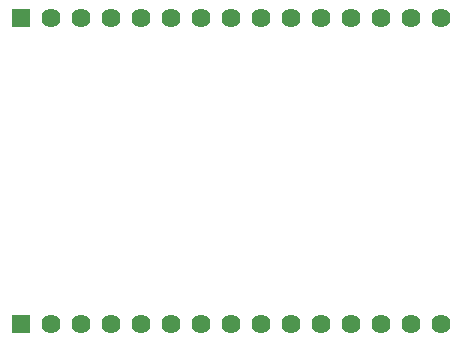
<source format=gbr>
%TF.GenerationSoftware,KiCad,Pcbnew,5.1.6*%
%TF.CreationDate,2020-09-08T10:01:19-04:00*%
%TF.ProjectId,placeholder,706c6163-6568-46f6-9c64-65722e6b6963,rev?*%
%TF.SameCoordinates,Original*%
%TF.FileFunction,Soldermask,Top*%
%TF.FilePolarity,Negative*%
%FSLAX46Y46*%
G04 Gerber Fmt 4.6, Leading zero omitted, Abs format (unit mm)*
G04 Created by KiCad (PCBNEW 5.1.6) date 2020-09-08 10:01:19*
%MOMM*%
%LPD*%
G01*
G04 APERTURE LIST*
%ADD10C,1.624000*%
%ADD11R,1.624000X1.624000*%
G04 APERTURE END LIST*
D10*
%TO.C,J2*%
X87780000Y-58750000D03*
X85240000Y-58750000D03*
X82700000Y-58750000D03*
X80160000Y-58750000D03*
X77620000Y-58750000D03*
X75080000Y-58750000D03*
X72540000Y-58750000D03*
X70000000Y-58750000D03*
X67460000Y-58750000D03*
X64920000Y-58750000D03*
X62380000Y-58750000D03*
X59840000Y-58750000D03*
X57300000Y-58750000D03*
X54760000Y-58750000D03*
D11*
X52220000Y-58750000D03*
%TD*%
D10*
%TO.C,J1*%
X87780000Y-84700000D03*
X85240000Y-84700000D03*
X82700000Y-84700000D03*
X80160000Y-84700000D03*
X77620000Y-84700000D03*
X75080000Y-84700000D03*
X72540000Y-84700000D03*
X70000000Y-84700000D03*
X67460000Y-84700000D03*
X64920000Y-84700000D03*
X62380000Y-84700000D03*
X59840000Y-84700000D03*
X57300000Y-84700000D03*
X54760000Y-84700000D03*
D11*
X52220000Y-84700000D03*
%TD*%
M02*

</source>
